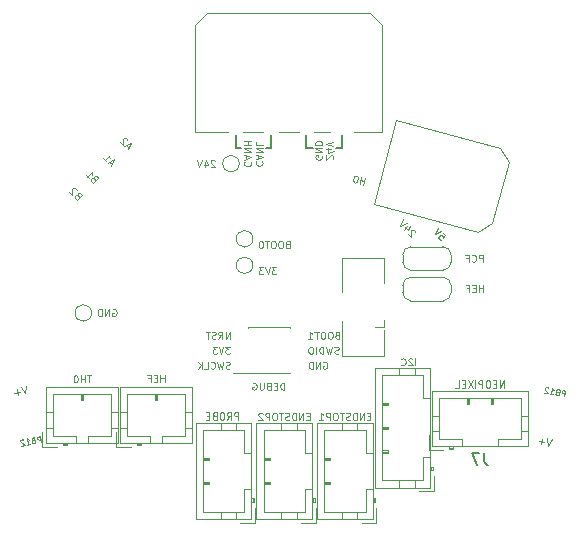
<source format=gbo>
G04 #@! TF.GenerationSoftware,KiCad,Pcbnew,(6.0.0)*
G04 #@! TF.CreationDate,2022-01-08T17:27:50+01:00*
G04 #@! TF.ProjectId,MiniAB-CAN-Board,4d696e69-4142-42d4-9341-4e2d426f6172,1*
G04 #@! TF.SameCoordinates,Original*
G04 #@! TF.FileFunction,Legend,Bot*
G04 #@! TF.FilePolarity,Positive*
%FSLAX46Y46*%
G04 Gerber Fmt 4.6, Leading zero omitted, Abs format (unit mm)*
G04 Created by KiCad (PCBNEW (6.0.0)) date 2022-01-08 17:27:50*
%MOMM*%
%LPD*%
G01*
G04 APERTURE LIST*
%ADD10C,0.152400*%
%ADD11C,0.100000*%
%ADD12C,0.150000*%
%ADD13C,0.120000*%
G04 APERTURE END LIST*
D10*
X212510000Y-56380000D02*
X212060000Y-56380000D01*
X215500000Y-56375000D02*
X215500000Y-55260000D01*
X209970000Y-56380000D02*
X209510000Y-56380000D01*
X218490000Y-55260000D02*
X218490000Y-56380000D01*
X218490000Y-56380000D02*
X218030000Y-56380000D01*
X212510000Y-55260000D02*
X212510000Y-56380000D01*
X209510000Y-56380000D02*
X209510000Y-55310000D01*
X216050000Y-56375000D02*
X215500000Y-56375000D01*
D11*
X211265714Y-57518571D02*
X211237142Y-57547142D01*
X211208571Y-57632857D01*
X211208571Y-57690000D01*
X211237142Y-57775714D01*
X211294285Y-57832857D01*
X211351428Y-57861428D01*
X211465714Y-57890000D01*
X211551428Y-57890000D01*
X211665714Y-57861428D01*
X211722857Y-57832857D01*
X211780000Y-57775714D01*
X211808571Y-57690000D01*
X211808571Y-57632857D01*
X211780000Y-57547142D01*
X211751428Y-57518571D01*
X211380000Y-57290000D02*
X211380000Y-57004285D01*
X211208571Y-57347142D02*
X211808571Y-57147142D01*
X211208571Y-56947142D01*
X211208571Y-56747142D02*
X211808571Y-56747142D01*
X211208571Y-56404285D01*
X211808571Y-56404285D01*
X211208571Y-55832857D02*
X211208571Y-56118571D01*
X211808571Y-56118571D01*
X218110000Y-72217142D02*
X218024285Y-72245714D01*
X217995714Y-72274285D01*
X217967142Y-72331428D01*
X217967142Y-72417142D01*
X217995714Y-72474285D01*
X218024285Y-72502857D01*
X218081428Y-72531428D01*
X218310000Y-72531428D01*
X218310000Y-71931428D01*
X218110000Y-71931428D01*
X218052857Y-71960000D01*
X218024285Y-71988571D01*
X217995714Y-72045714D01*
X217995714Y-72102857D01*
X218024285Y-72160000D01*
X218052857Y-72188571D01*
X218110000Y-72217142D01*
X218310000Y-72217142D01*
X217595714Y-71931428D02*
X217481428Y-71931428D01*
X217424285Y-71960000D01*
X217367142Y-72017142D01*
X217338571Y-72131428D01*
X217338571Y-72331428D01*
X217367142Y-72445714D01*
X217424285Y-72502857D01*
X217481428Y-72531428D01*
X217595714Y-72531428D01*
X217652857Y-72502857D01*
X217710000Y-72445714D01*
X217738571Y-72331428D01*
X217738571Y-72131428D01*
X217710000Y-72017142D01*
X217652857Y-71960000D01*
X217595714Y-71931428D01*
X216967142Y-71931428D02*
X216852857Y-71931428D01*
X216795714Y-71960000D01*
X216738571Y-72017142D01*
X216710000Y-72131428D01*
X216710000Y-72331428D01*
X216738571Y-72445714D01*
X216795714Y-72502857D01*
X216852857Y-72531428D01*
X216967142Y-72531428D01*
X217024285Y-72502857D01*
X217081428Y-72445714D01*
X217110000Y-72331428D01*
X217110000Y-72131428D01*
X217081428Y-72017142D01*
X217024285Y-71960000D01*
X216967142Y-71931428D01*
X216538571Y-71931428D02*
X216195714Y-71931428D01*
X216367142Y-72531428D02*
X216367142Y-71931428D01*
X215681428Y-72531428D02*
X216024285Y-72531428D01*
X215852857Y-72531428D02*
X215852857Y-71931428D01*
X215910000Y-72017142D01*
X215967142Y-72074285D01*
X216024285Y-72102857D01*
X216947142Y-74500000D02*
X217004285Y-74471428D01*
X217090000Y-74471428D01*
X217175714Y-74500000D01*
X217232857Y-74557142D01*
X217261428Y-74614285D01*
X217290000Y-74728571D01*
X217290000Y-74814285D01*
X217261428Y-74928571D01*
X217232857Y-74985714D01*
X217175714Y-75042857D01*
X217090000Y-75071428D01*
X217032857Y-75071428D01*
X216947142Y-75042857D01*
X216918571Y-75014285D01*
X216918571Y-74814285D01*
X217032857Y-74814285D01*
X216661428Y-75071428D02*
X216661428Y-74471428D01*
X216318571Y-75071428D01*
X216318571Y-74471428D01*
X216032857Y-75071428D02*
X216032857Y-74471428D01*
X215890000Y-74471428D01*
X215804285Y-74500000D01*
X215747142Y-74557142D01*
X215718571Y-74614285D01*
X215690000Y-74728571D01*
X215690000Y-74814285D01*
X215718571Y-74928571D01*
X215747142Y-74985714D01*
X215804285Y-75042857D01*
X215890000Y-75071428D01*
X216032857Y-75071428D01*
X210295714Y-57530000D02*
X210267142Y-57558571D01*
X210238571Y-57644285D01*
X210238571Y-57701428D01*
X210267142Y-57787142D01*
X210324285Y-57844285D01*
X210381428Y-57872857D01*
X210495714Y-57901428D01*
X210581428Y-57901428D01*
X210695714Y-57872857D01*
X210752857Y-57844285D01*
X210810000Y-57787142D01*
X210838571Y-57701428D01*
X210838571Y-57644285D01*
X210810000Y-57558571D01*
X210781428Y-57530000D01*
X210410000Y-57301428D02*
X210410000Y-57015714D01*
X210238571Y-57358571D02*
X210838571Y-57158571D01*
X210238571Y-56958571D01*
X210238571Y-56758571D02*
X210838571Y-56758571D01*
X210238571Y-56415714D01*
X210838571Y-56415714D01*
X210238571Y-56130000D02*
X210838571Y-56130000D01*
X210552857Y-56130000D02*
X210552857Y-55787142D01*
X210238571Y-55787142D02*
X210838571Y-55787142D01*
X217721428Y-57334285D02*
X217750000Y-57305714D01*
X217778571Y-57248571D01*
X217778571Y-57105714D01*
X217750000Y-57048571D01*
X217721428Y-57020000D01*
X217664285Y-56991428D01*
X217607142Y-56991428D01*
X217521428Y-57020000D01*
X217178571Y-57362857D01*
X217178571Y-56991428D01*
X217578571Y-56477142D02*
X217178571Y-56477142D01*
X217807142Y-56620000D02*
X217378571Y-56762857D01*
X217378571Y-56391428D01*
X217778571Y-56248571D02*
X217178571Y-56048571D01*
X217778571Y-55848571D01*
X216830000Y-57037142D02*
X216858571Y-57094285D01*
X216858571Y-57180000D01*
X216830000Y-57265714D01*
X216772857Y-57322857D01*
X216715714Y-57351428D01*
X216601428Y-57380000D01*
X216515714Y-57380000D01*
X216401428Y-57351428D01*
X216344285Y-57322857D01*
X216287142Y-57265714D01*
X216258571Y-57180000D01*
X216258571Y-57122857D01*
X216287142Y-57037142D01*
X216315714Y-57008571D01*
X216515714Y-57008571D01*
X216515714Y-57122857D01*
X216258571Y-56751428D02*
X216858571Y-56751428D01*
X216258571Y-56408571D01*
X216858571Y-56408571D01*
X216258571Y-56122857D02*
X216858571Y-56122857D01*
X216858571Y-55980000D01*
X216830000Y-55894285D01*
X216772857Y-55837142D01*
X216715714Y-55808571D01*
X216601428Y-55780000D01*
X216515714Y-55780000D01*
X216401428Y-55808571D01*
X216344285Y-55837142D01*
X216287142Y-55894285D01*
X216258571Y-55980000D01*
X216258571Y-56122857D01*
X237354843Y-77411595D02*
X237441667Y-76919191D01*
X237254085Y-76886115D01*
X237203054Y-76901294D01*
X237175472Y-76920607D01*
X237143755Y-76963369D01*
X237131352Y-77033712D01*
X237146531Y-77084742D01*
X237165844Y-77112324D01*
X237208605Y-77144041D01*
X237396188Y-77177117D01*
X236743784Y-77037904D02*
X236669306Y-77048948D01*
X236641723Y-77068261D01*
X236610007Y-77111022D01*
X236597603Y-77181366D01*
X236612782Y-77232396D01*
X236632095Y-77259978D01*
X236674857Y-77291695D01*
X236862439Y-77324771D01*
X236949263Y-76832367D01*
X236785128Y-76803426D01*
X236734098Y-76818604D01*
X236706516Y-76837918D01*
X236674799Y-76880679D01*
X236666530Y-76927575D01*
X236681709Y-76978605D01*
X236701023Y-77006187D01*
X236743784Y-77037904D01*
X236907918Y-77066845D01*
X236112109Y-77192467D02*
X236393483Y-77242081D01*
X236252796Y-77217274D02*
X236339620Y-76724870D01*
X236374112Y-76803483D01*
X236412739Y-76858647D01*
X236455500Y-76890364D01*
X236003082Y-76713883D02*
X235983769Y-76686301D01*
X235941008Y-76654584D01*
X235823769Y-76633912D01*
X235772738Y-76649091D01*
X235745156Y-76668404D01*
X235713439Y-76711165D01*
X235705170Y-76758061D01*
X235716215Y-76832539D01*
X235947975Y-77163526D01*
X235643153Y-77109778D01*
X199042335Y-57753756D02*
X198840304Y-57551725D01*
X198961522Y-57915380D02*
X199244365Y-57349695D01*
X198678680Y-57632538D01*
X198315025Y-57268883D02*
X198557461Y-57511319D01*
X198436243Y-57390101D02*
X198860507Y-56965837D01*
X198840304Y-57066852D01*
X198840304Y-57147664D01*
X198860507Y-57208274D01*
X193063398Y-81273912D02*
X192976574Y-80781508D01*
X192788991Y-80814584D01*
X192746230Y-80846301D01*
X192726917Y-80873883D01*
X192711738Y-80924913D01*
X192724142Y-80995257D01*
X192755858Y-81038018D01*
X192783441Y-81057331D01*
X192834471Y-81072510D01*
X193022053Y-81039434D01*
X192361380Y-81131752D02*
X192295171Y-81167603D01*
X192275858Y-81195185D01*
X192260679Y-81246216D01*
X192273083Y-81316559D01*
X192304799Y-81359320D01*
X192332382Y-81378633D01*
X192383412Y-81393812D01*
X192570994Y-81360736D01*
X192484170Y-80868333D01*
X192320035Y-80897274D01*
X192277274Y-80928991D01*
X192257961Y-80956573D01*
X192242782Y-81007603D01*
X192251051Y-81054499D01*
X192282768Y-81097260D01*
X192310350Y-81116573D01*
X192361380Y-81131752D01*
X192525515Y-81102811D01*
X191820664Y-81493040D02*
X192102038Y-81443426D01*
X191961351Y-81468233D02*
X191874527Y-80975829D01*
X191933826Y-81037903D01*
X191988991Y-81076530D01*
X192040021Y-81091709D01*
X191554527Y-81080607D02*
X191526945Y-81061294D01*
X191475914Y-81046115D01*
X191358675Y-81066788D01*
X191315914Y-81098504D01*
X191296601Y-81126087D01*
X191281422Y-81177117D01*
X191289691Y-81224012D01*
X191325542Y-81290221D01*
X191656530Y-81521981D01*
X191351708Y-81575729D01*
X196152030Y-60381421D02*
X196071218Y-60341015D01*
X196030812Y-60341015D01*
X195970203Y-60361218D01*
X195909593Y-60421827D01*
X195889390Y-60482436D01*
X195889390Y-60522842D01*
X195909593Y-60583451D01*
X196071218Y-60745076D01*
X196495482Y-60320812D01*
X196354061Y-60179390D01*
X196293451Y-60159187D01*
X196253045Y-60159187D01*
X196192436Y-60179390D01*
X196152030Y-60219796D01*
X196131827Y-60280406D01*
X196131827Y-60320812D01*
X196152030Y-60381421D01*
X196293451Y-60522842D01*
X196051015Y-59957157D02*
X196051015Y-59916751D01*
X196030812Y-59856142D01*
X195929796Y-59755126D01*
X195869187Y-59734923D01*
X195828781Y-59734923D01*
X195768172Y-59755126D01*
X195727766Y-59795532D01*
X195687360Y-59876345D01*
X195687360Y-60361218D01*
X195424720Y-60098578D01*
X209035714Y-72531428D02*
X209035714Y-71931428D01*
X208692857Y-72531428D01*
X208692857Y-71931428D01*
X208064285Y-72531428D02*
X208264285Y-72245714D01*
X208407142Y-72531428D02*
X208407142Y-71931428D01*
X208178571Y-71931428D01*
X208121428Y-71960000D01*
X208092857Y-71988571D01*
X208064285Y-72045714D01*
X208064285Y-72131428D01*
X208092857Y-72188571D01*
X208121428Y-72217142D01*
X208178571Y-72245714D01*
X208407142Y-72245714D01*
X207835714Y-72502857D02*
X207750000Y-72531428D01*
X207607142Y-72531428D01*
X207550000Y-72502857D01*
X207521428Y-72474285D01*
X207492857Y-72417142D01*
X207492857Y-72360000D01*
X207521428Y-72302857D01*
X207550000Y-72274285D01*
X207607142Y-72245714D01*
X207721428Y-72217142D01*
X207778571Y-72188571D01*
X207807142Y-72160000D01*
X207835714Y-72102857D01*
X207835714Y-72045714D01*
X207807142Y-71988571D01*
X207778571Y-71960000D01*
X207721428Y-71931428D01*
X207578571Y-71931428D01*
X207492857Y-71960000D01*
X207321428Y-71931428D02*
X206978571Y-71931428D01*
X207150000Y-72531428D02*
X207150000Y-71931428D01*
X209027142Y-75042857D02*
X208941428Y-75071428D01*
X208798571Y-75071428D01*
X208741428Y-75042857D01*
X208712857Y-75014285D01*
X208684285Y-74957142D01*
X208684285Y-74900000D01*
X208712857Y-74842857D01*
X208741428Y-74814285D01*
X208798571Y-74785714D01*
X208912857Y-74757142D01*
X208970000Y-74728571D01*
X208998571Y-74700000D01*
X209027142Y-74642857D01*
X209027142Y-74585714D01*
X208998571Y-74528571D01*
X208970000Y-74500000D01*
X208912857Y-74471428D01*
X208770000Y-74471428D01*
X208684285Y-74500000D01*
X208484285Y-74471428D02*
X208341428Y-75071428D01*
X208227142Y-74642857D01*
X208112857Y-75071428D01*
X207970000Y-74471428D01*
X207398571Y-75014285D02*
X207427142Y-75042857D01*
X207512857Y-75071428D01*
X207570000Y-75071428D01*
X207655714Y-75042857D01*
X207712857Y-74985714D01*
X207741428Y-74928571D01*
X207770000Y-74814285D01*
X207770000Y-74728571D01*
X207741428Y-74614285D01*
X207712857Y-74557142D01*
X207655714Y-74500000D01*
X207570000Y-74471428D01*
X207512857Y-74471428D01*
X207427142Y-74500000D01*
X207398571Y-74528571D01*
X206855714Y-75071428D02*
X207141428Y-75071428D01*
X207141428Y-74471428D01*
X206655714Y-75071428D02*
X206655714Y-74471428D01*
X206312857Y-75071428D02*
X206570000Y-74728571D01*
X206312857Y-74471428D02*
X206655714Y-74814285D01*
X200452335Y-56343756D02*
X200250304Y-56141725D01*
X200371522Y-56505380D02*
X200654365Y-55939695D01*
X200088680Y-56222538D01*
X200351319Y-55717461D02*
X200351319Y-55677055D01*
X200331116Y-55616446D01*
X200230101Y-55515431D01*
X200169492Y-55495228D01*
X200129086Y-55495228D01*
X200068477Y-55515431D01*
X200028071Y-55555837D01*
X199987664Y-55636649D01*
X199987664Y-56121522D01*
X199725025Y-55858883D01*
X209032857Y-73201428D02*
X208661428Y-73201428D01*
X208861428Y-73430000D01*
X208775714Y-73430000D01*
X208718571Y-73458571D01*
X208690000Y-73487142D01*
X208661428Y-73544285D01*
X208661428Y-73687142D01*
X208690000Y-73744285D01*
X208718571Y-73772857D01*
X208775714Y-73801428D01*
X208947142Y-73801428D01*
X209004285Y-73772857D01*
X209032857Y-73744285D01*
X208490000Y-73201428D02*
X208290000Y-73801428D01*
X208090000Y-73201428D01*
X207947142Y-73201428D02*
X207575714Y-73201428D01*
X207775714Y-73430000D01*
X207690000Y-73430000D01*
X207632857Y-73458571D01*
X207604285Y-73487142D01*
X207575714Y-73544285D01*
X207575714Y-73687142D01*
X207604285Y-73744285D01*
X207632857Y-73772857D01*
X207690000Y-73801428D01*
X207861428Y-73801428D01*
X207918571Y-73772857D01*
X207947142Y-73744285D01*
X197552030Y-58981421D02*
X197471218Y-58941015D01*
X197430812Y-58941015D01*
X197370203Y-58961218D01*
X197309593Y-59021827D01*
X197289390Y-59082436D01*
X197289390Y-59122842D01*
X197309593Y-59183451D01*
X197471218Y-59345076D01*
X197895482Y-58920812D01*
X197754061Y-58779390D01*
X197693451Y-58759187D01*
X197653045Y-58759187D01*
X197592436Y-58779390D01*
X197552030Y-58819796D01*
X197531827Y-58880406D01*
X197531827Y-58920812D01*
X197552030Y-58981421D01*
X197693451Y-59122842D01*
X196824720Y-58698578D02*
X197067157Y-58941015D01*
X196945938Y-58819796D02*
X197370203Y-58395532D01*
X197349999Y-58496548D01*
X197350000Y-58577360D01*
X197370203Y-58637969D01*
X218231428Y-73772857D02*
X218145714Y-73801428D01*
X218002857Y-73801428D01*
X217945714Y-73772857D01*
X217917142Y-73744285D01*
X217888571Y-73687142D01*
X217888571Y-73630000D01*
X217917142Y-73572857D01*
X217945714Y-73544285D01*
X218002857Y-73515714D01*
X218117142Y-73487142D01*
X218174285Y-73458571D01*
X218202857Y-73430000D01*
X218231428Y-73372857D01*
X218231428Y-73315714D01*
X218202857Y-73258571D01*
X218174285Y-73230000D01*
X218117142Y-73201428D01*
X217974285Y-73201428D01*
X217888571Y-73230000D01*
X217688571Y-73201428D02*
X217545714Y-73801428D01*
X217431428Y-73372857D01*
X217317142Y-73801428D01*
X217174285Y-73201428D01*
X216945714Y-73801428D02*
X216945714Y-73201428D01*
X216802857Y-73201428D01*
X216717142Y-73230000D01*
X216660000Y-73287142D01*
X216631428Y-73344285D01*
X216602857Y-73458571D01*
X216602857Y-73544285D01*
X216631428Y-73658571D01*
X216660000Y-73715714D01*
X216717142Y-73772857D01*
X216802857Y-73801428D01*
X216945714Y-73801428D01*
X216345714Y-73801428D02*
X216345714Y-73201428D01*
X215945714Y-73201428D02*
X215831428Y-73201428D01*
X215774285Y-73230000D01*
X215717142Y-73287142D01*
X215688571Y-73401428D01*
X215688571Y-73601428D01*
X215717142Y-73715714D01*
X215774285Y-73772857D01*
X215831428Y-73801428D01*
X215945714Y-73801428D01*
X216002857Y-73772857D01*
X216060000Y-73715714D01*
X216088571Y-73601428D01*
X216088571Y-73401428D01*
X216060000Y-73287142D01*
X216002857Y-73230000D01*
X215945714Y-73201428D01*
X236299803Y-81025647D02*
X235998652Y-81581802D01*
X235905880Y-80956188D01*
X235644420Y-81287244D02*
X235194222Y-81207862D01*
X235379630Y-81472652D02*
X235459012Y-81022454D01*
X191765691Y-76537192D02*
X191672918Y-77162807D01*
X191371768Y-76606652D01*
X191239304Y-77007167D02*
X190789106Y-77086549D01*
X191053896Y-77271957D02*
X190974514Y-76821759D01*
G04 #@! TO.C,J12*
X220937142Y-79087142D02*
X220737142Y-79087142D01*
X220651428Y-79401428D02*
X220937142Y-79401428D01*
X220937142Y-78801428D01*
X220651428Y-78801428D01*
X220394285Y-79401428D02*
X220394285Y-78801428D01*
X220051428Y-79401428D01*
X220051428Y-78801428D01*
X219765714Y-79401428D02*
X219765714Y-78801428D01*
X219622857Y-78801428D01*
X219537142Y-78830000D01*
X219480000Y-78887142D01*
X219451428Y-78944285D01*
X219422857Y-79058571D01*
X219422857Y-79144285D01*
X219451428Y-79258571D01*
X219480000Y-79315714D01*
X219537142Y-79372857D01*
X219622857Y-79401428D01*
X219765714Y-79401428D01*
X219194285Y-79372857D02*
X219108571Y-79401428D01*
X218965714Y-79401428D01*
X218908571Y-79372857D01*
X218880000Y-79344285D01*
X218851428Y-79287142D01*
X218851428Y-79230000D01*
X218880000Y-79172857D01*
X218908571Y-79144285D01*
X218965714Y-79115714D01*
X219080000Y-79087142D01*
X219137142Y-79058571D01*
X219165714Y-79030000D01*
X219194285Y-78972857D01*
X219194285Y-78915714D01*
X219165714Y-78858571D01*
X219137142Y-78830000D01*
X219080000Y-78801428D01*
X218937142Y-78801428D01*
X218851428Y-78830000D01*
X218680000Y-78801428D02*
X218337142Y-78801428D01*
X218508571Y-79401428D02*
X218508571Y-78801428D01*
X218022857Y-78801428D02*
X217908571Y-78801428D01*
X217851428Y-78830000D01*
X217794285Y-78887142D01*
X217765714Y-79001428D01*
X217765714Y-79201428D01*
X217794285Y-79315714D01*
X217851428Y-79372857D01*
X217908571Y-79401428D01*
X218022857Y-79401428D01*
X218080000Y-79372857D01*
X218137142Y-79315714D01*
X218165714Y-79201428D01*
X218165714Y-79001428D01*
X218137142Y-78887142D01*
X218080000Y-78830000D01*
X218022857Y-78801428D01*
X217508571Y-79401428D02*
X217508571Y-78801428D01*
X217280000Y-78801428D01*
X217222857Y-78830000D01*
X217194285Y-78858571D01*
X217165714Y-78915714D01*
X217165714Y-79001428D01*
X217194285Y-79058571D01*
X217222857Y-79087142D01*
X217280000Y-79115714D01*
X217508571Y-79115714D01*
X216594285Y-79401428D02*
X216937142Y-79401428D01*
X216765714Y-79401428D02*
X216765714Y-78801428D01*
X216822857Y-78887142D01*
X216880000Y-78944285D01*
X216937142Y-78972857D01*
G04 #@! TO.C,JP1*
X230454285Y-66011428D02*
X230454285Y-65411428D01*
X230225714Y-65411428D01*
X230168571Y-65440000D01*
X230140000Y-65468571D01*
X230111428Y-65525714D01*
X230111428Y-65611428D01*
X230140000Y-65668571D01*
X230168571Y-65697142D01*
X230225714Y-65725714D01*
X230454285Y-65725714D01*
X229511428Y-65954285D02*
X229540000Y-65982857D01*
X229625714Y-66011428D01*
X229682857Y-66011428D01*
X229768571Y-65982857D01*
X229825714Y-65925714D01*
X229854285Y-65868571D01*
X229882857Y-65754285D01*
X229882857Y-65668571D01*
X229854285Y-65554285D01*
X229825714Y-65497142D01*
X229768571Y-65440000D01*
X229682857Y-65411428D01*
X229625714Y-65411428D01*
X229540000Y-65440000D01*
X229511428Y-65468571D01*
X229054285Y-65697142D02*
X229254285Y-65697142D01*
X229254285Y-66011428D02*
X229254285Y-65411428D01*
X228968571Y-65411428D01*
X224727005Y-63513147D02*
X224727005Y-63472741D01*
X224706802Y-63412132D01*
X224605786Y-63311116D01*
X224545177Y-63290913D01*
X224504771Y-63290913D01*
X224444162Y-63311116D01*
X224403756Y-63351522D01*
X224363350Y-63432335D01*
X224363350Y-63917208D01*
X224100710Y-63654568D01*
X224019898Y-63008071D02*
X223737055Y-63290913D01*
X224282538Y-62947461D02*
X224080507Y-63351522D01*
X223817867Y-63088883D01*
X223999695Y-62705025D02*
X223434009Y-62987867D01*
X223716852Y-62422182D01*
X227073147Y-63558477D02*
X227275177Y-63760507D01*
X227093350Y-63982741D01*
X227093350Y-63942335D01*
X227073147Y-63881725D01*
X226972132Y-63780710D01*
X226911522Y-63760507D01*
X226871116Y-63760507D01*
X226810507Y-63780710D01*
X226709492Y-63881725D01*
X226689289Y-63942335D01*
X226689289Y-63982741D01*
X226709492Y-64043350D01*
X226810507Y-64144365D01*
X226871116Y-64164568D01*
X226911522Y-64164568D01*
X226931725Y-63417055D02*
X226366040Y-63699898D01*
X226648883Y-63134213D01*
G04 #@! TO.C,J3*
X203500000Y-76191428D02*
X203500000Y-75591428D01*
X203500000Y-75877142D02*
X203157142Y-75877142D01*
X203157142Y-76191428D02*
X203157142Y-75591428D01*
X202871428Y-75877142D02*
X202671428Y-75877142D01*
X202585714Y-76191428D02*
X202871428Y-76191428D01*
X202871428Y-75591428D01*
X202585714Y-75591428D01*
X202128571Y-75877142D02*
X202328571Y-75877142D01*
X202328571Y-76191428D02*
X202328571Y-75591428D01*
X202042857Y-75591428D01*
G04 #@! TO.C,TP2*
X212962857Y-66481428D02*
X212591428Y-66481428D01*
X212791428Y-66710000D01*
X212705714Y-66710000D01*
X212648571Y-66738571D01*
X212620000Y-66767142D01*
X212591428Y-66824285D01*
X212591428Y-66967142D01*
X212620000Y-67024285D01*
X212648571Y-67052857D01*
X212705714Y-67081428D01*
X212877142Y-67081428D01*
X212934285Y-67052857D01*
X212962857Y-67024285D01*
X212420000Y-66481428D02*
X212220000Y-67081428D01*
X212020000Y-66481428D01*
X211877142Y-66481428D02*
X211505714Y-66481428D01*
X211705714Y-66710000D01*
X211620000Y-66710000D01*
X211562857Y-66738571D01*
X211534285Y-66767142D01*
X211505714Y-66824285D01*
X211505714Y-66967142D01*
X211534285Y-67024285D01*
X211562857Y-67052857D01*
X211620000Y-67081428D01*
X211791428Y-67081428D01*
X211848571Y-67052857D01*
X211877142Y-67024285D01*
D12*
G04 #@! TO.C,J7*
X230543333Y-82192380D02*
X230543333Y-82906666D01*
X230590952Y-83049523D01*
X230686190Y-83144761D01*
X230829047Y-83192380D01*
X230924285Y-83192380D01*
X230162380Y-82192380D02*
X229495714Y-82192380D01*
X229924285Y-83192380D01*
D11*
X232220000Y-76661428D02*
X232220000Y-76061428D01*
X231877142Y-76661428D01*
X231877142Y-76061428D01*
X231591428Y-76347142D02*
X231391428Y-76347142D01*
X231305714Y-76661428D02*
X231591428Y-76661428D01*
X231591428Y-76061428D01*
X231305714Y-76061428D01*
X230934285Y-76061428D02*
X230820000Y-76061428D01*
X230762857Y-76090000D01*
X230705714Y-76147142D01*
X230677142Y-76261428D01*
X230677142Y-76461428D01*
X230705714Y-76575714D01*
X230762857Y-76632857D01*
X230820000Y-76661428D01*
X230934285Y-76661428D01*
X230991428Y-76632857D01*
X231048571Y-76575714D01*
X231077142Y-76461428D01*
X231077142Y-76261428D01*
X231048571Y-76147142D01*
X230991428Y-76090000D01*
X230934285Y-76061428D01*
X230420000Y-76661428D02*
X230420000Y-76061428D01*
X230191428Y-76061428D01*
X230134285Y-76090000D01*
X230105714Y-76118571D01*
X230077142Y-76175714D01*
X230077142Y-76261428D01*
X230105714Y-76318571D01*
X230134285Y-76347142D01*
X230191428Y-76375714D01*
X230420000Y-76375714D01*
X229820000Y-76661428D02*
X229820000Y-76061428D01*
X229591428Y-76061428D02*
X229191428Y-76661428D01*
X229191428Y-76061428D02*
X229591428Y-76661428D01*
X228962857Y-76347142D02*
X228762857Y-76347142D01*
X228677142Y-76661428D02*
X228962857Y-76661428D01*
X228962857Y-76061428D01*
X228677142Y-76061428D01*
X228134285Y-76661428D02*
X228420000Y-76661428D01*
X228420000Y-76061428D01*
G04 #@! TO.C,TP3*
X207744285Y-57448571D02*
X207715714Y-57420000D01*
X207658571Y-57391428D01*
X207515714Y-57391428D01*
X207458571Y-57420000D01*
X207430000Y-57448571D01*
X207401428Y-57505714D01*
X207401428Y-57562857D01*
X207430000Y-57648571D01*
X207772857Y-57991428D01*
X207401428Y-57991428D01*
X206887142Y-57591428D02*
X206887142Y-57991428D01*
X207030000Y-57362857D02*
X207172857Y-57791428D01*
X206801428Y-57791428D01*
X206658571Y-57391428D02*
X206458571Y-57991428D01*
X206258571Y-57391428D01*
G04 #@! TO.C,TP4*
X199107142Y-70050000D02*
X199164285Y-70021428D01*
X199250000Y-70021428D01*
X199335714Y-70050000D01*
X199392857Y-70107142D01*
X199421428Y-70164285D01*
X199450000Y-70278571D01*
X199450000Y-70364285D01*
X199421428Y-70478571D01*
X199392857Y-70535714D01*
X199335714Y-70592857D01*
X199250000Y-70621428D01*
X199192857Y-70621428D01*
X199107142Y-70592857D01*
X199078571Y-70564285D01*
X199078571Y-70364285D01*
X199192857Y-70364285D01*
X198821428Y-70621428D02*
X198821428Y-70021428D01*
X198478571Y-70621428D01*
X198478571Y-70021428D01*
X198192857Y-70621428D02*
X198192857Y-70021428D01*
X198050000Y-70021428D01*
X197964285Y-70050000D01*
X197907142Y-70107142D01*
X197878571Y-70164285D01*
X197850000Y-70278571D01*
X197850000Y-70364285D01*
X197878571Y-70478571D01*
X197907142Y-70535714D01*
X197964285Y-70592857D01*
X198050000Y-70621428D01*
X198192857Y-70621428D01*
G04 #@! TO.C,TP1*
X213910000Y-64527142D02*
X213824285Y-64555714D01*
X213795714Y-64584285D01*
X213767142Y-64641428D01*
X213767142Y-64727142D01*
X213795714Y-64784285D01*
X213824285Y-64812857D01*
X213881428Y-64841428D01*
X214110000Y-64841428D01*
X214110000Y-64241428D01*
X213910000Y-64241428D01*
X213852857Y-64270000D01*
X213824285Y-64298571D01*
X213795714Y-64355714D01*
X213795714Y-64412857D01*
X213824285Y-64470000D01*
X213852857Y-64498571D01*
X213910000Y-64527142D01*
X214110000Y-64527142D01*
X213395714Y-64241428D02*
X213281428Y-64241428D01*
X213224285Y-64270000D01*
X213167142Y-64327142D01*
X213138571Y-64441428D01*
X213138571Y-64641428D01*
X213167142Y-64755714D01*
X213224285Y-64812857D01*
X213281428Y-64841428D01*
X213395714Y-64841428D01*
X213452857Y-64812857D01*
X213510000Y-64755714D01*
X213538571Y-64641428D01*
X213538571Y-64441428D01*
X213510000Y-64327142D01*
X213452857Y-64270000D01*
X213395714Y-64241428D01*
X212767142Y-64241428D02*
X212652857Y-64241428D01*
X212595714Y-64270000D01*
X212538571Y-64327142D01*
X212510000Y-64441428D01*
X212510000Y-64641428D01*
X212538571Y-64755714D01*
X212595714Y-64812857D01*
X212652857Y-64841428D01*
X212767142Y-64841428D01*
X212824285Y-64812857D01*
X212881428Y-64755714D01*
X212910000Y-64641428D01*
X212910000Y-64441428D01*
X212881428Y-64327142D01*
X212824285Y-64270000D01*
X212767142Y-64241428D01*
X212338571Y-64241428D02*
X211995714Y-64241428D01*
X212167142Y-64841428D02*
X212167142Y-64241428D01*
X211681428Y-64241428D02*
X211624285Y-64241428D01*
X211567142Y-64270000D01*
X211538571Y-64298571D01*
X211510000Y-64355714D01*
X211481428Y-64470000D01*
X211481428Y-64612857D01*
X211510000Y-64727142D01*
X211538571Y-64784285D01*
X211567142Y-64812857D01*
X211624285Y-64841428D01*
X211681428Y-64841428D01*
X211738571Y-64812857D01*
X211767142Y-64784285D01*
X211795714Y-64727142D01*
X211824285Y-64612857D01*
X211824285Y-64470000D01*
X211795714Y-64355714D01*
X211767142Y-64298571D01*
X211738571Y-64270000D01*
X211681428Y-64241428D01*
G04 #@! TO.C,J6*
X220341315Y-59500497D02*
X220496606Y-58920941D01*
X220422658Y-59196920D02*
X220091483Y-59108182D01*
X220010140Y-59411759D02*
X220165432Y-58832203D01*
X219779061Y-58728676D02*
X219723865Y-58713886D01*
X219661275Y-58726694D01*
X219626282Y-58746897D01*
X219583895Y-58794698D01*
X219526717Y-58897695D01*
X219489743Y-59035684D01*
X219487762Y-59153471D01*
X219500570Y-59216061D01*
X219520773Y-59251054D01*
X219568574Y-59293441D01*
X219623770Y-59308231D01*
X219686360Y-59295423D01*
X219721353Y-59275220D01*
X219763741Y-59227419D01*
X219820918Y-59124422D01*
X219857892Y-58986433D01*
X219859873Y-58868646D01*
X219847065Y-58806056D01*
X219826862Y-58771063D01*
X219779061Y-58728676D01*
G04 #@! TO.C,J4*
X197291428Y-75621428D02*
X196948571Y-75621428D01*
X197120000Y-76221428D02*
X197120000Y-75621428D01*
X196748571Y-76221428D02*
X196748571Y-75621428D01*
X196748571Y-75907142D02*
X196405714Y-75907142D01*
X196405714Y-76221428D02*
X196405714Y-75621428D01*
X196005714Y-75621428D02*
X195948571Y-75621428D01*
X195891428Y-75650000D01*
X195862857Y-75678571D01*
X195834285Y-75735714D01*
X195805714Y-75850000D01*
X195805714Y-75992857D01*
X195834285Y-76107142D01*
X195862857Y-76164285D01*
X195891428Y-76192857D01*
X195948571Y-76221428D01*
X196005714Y-76221428D01*
X196062857Y-76192857D01*
X196091428Y-76164285D01*
X196120000Y-76107142D01*
X196148571Y-75992857D01*
X196148571Y-75850000D01*
X196120000Y-75735714D01*
X196091428Y-75678571D01*
X196062857Y-75650000D01*
X196005714Y-75621428D01*
G04 #@! TO.C,J14*
X209732857Y-79371428D02*
X209732857Y-78771428D01*
X209504285Y-78771428D01*
X209447142Y-78800000D01*
X209418571Y-78828571D01*
X209390000Y-78885714D01*
X209390000Y-78971428D01*
X209418571Y-79028571D01*
X209447142Y-79057142D01*
X209504285Y-79085714D01*
X209732857Y-79085714D01*
X208790000Y-79371428D02*
X208990000Y-79085714D01*
X209132857Y-79371428D02*
X209132857Y-78771428D01*
X208904285Y-78771428D01*
X208847142Y-78800000D01*
X208818571Y-78828571D01*
X208790000Y-78885714D01*
X208790000Y-78971428D01*
X208818571Y-79028571D01*
X208847142Y-79057142D01*
X208904285Y-79085714D01*
X209132857Y-79085714D01*
X208418571Y-78771428D02*
X208304285Y-78771428D01*
X208247142Y-78800000D01*
X208190000Y-78857142D01*
X208161428Y-78971428D01*
X208161428Y-79171428D01*
X208190000Y-79285714D01*
X208247142Y-79342857D01*
X208304285Y-79371428D01*
X208418571Y-79371428D01*
X208475714Y-79342857D01*
X208532857Y-79285714D01*
X208561428Y-79171428D01*
X208561428Y-78971428D01*
X208532857Y-78857142D01*
X208475714Y-78800000D01*
X208418571Y-78771428D01*
X207704285Y-79057142D02*
X207618571Y-79085714D01*
X207590000Y-79114285D01*
X207561428Y-79171428D01*
X207561428Y-79257142D01*
X207590000Y-79314285D01*
X207618571Y-79342857D01*
X207675714Y-79371428D01*
X207904285Y-79371428D01*
X207904285Y-78771428D01*
X207704285Y-78771428D01*
X207647142Y-78800000D01*
X207618571Y-78828571D01*
X207590000Y-78885714D01*
X207590000Y-78942857D01*
X207618571Y-79000000D01*
X207647142Y-79028571D01*
X207704285Y-79057142D01*
X207904285Y-79057142D01*
X207304285Y-79057142D02*
X207104285Y-79057142D01*
X207018571Y-79371428D02*
X207304285Y-79371428D01*
X207304285Y-78771428D01*
X207018571Y-78771428D01*
G04 #@! TO.C,JP2*
X230460000Y-68581428D02*
X230460000Y-67981428D01*
X230460000Y-68267142D02*
X230117142Y-68267142D01*
X230117142Y-68581428D02*
X230117142Y-67981428D01*
X229831428Y-68267142D02*
X229631428Y-68267142D01*
X229545714Y-68581428D02*
X229831428Y-68581428D01*
X229831428Y-67981428D01*
X229545714Y-67981428D01*
X229088571Y-68267142D02*
X229288571Y-68267142D01*
X229288571Y-68581428D02*
X229288571Y-67981428D01*
X229002857Y-67981428D01*
G04 #@! TO.C,J13*
X215797142Y-79097142D02*
X215597142Y-79097142D01*
X215511428Y-79411428D02*
X215797142Y-79411428D01*
X215797142Y-78811428D01*
X215511428Y-78811428D01*
X215254285Y-79411428D02*
X215254285Y-78811428D01*
X214911428Y-79411428D01*
X214911428Y-78811428D01*
X214625714Y-79411428D02*
X214625714Y-78811428D01*
X214482857Y-78811428D01*
X214397142Y-78840000D01*
X214340000Y-78897142D01*
X214311428Y-78954285D01*
X214282857Y-79068571D01*
X214282857Y-79154285D01*
X214311428Y-79268571D01*
X214340000Y-79325714D01*
X214397142Y-79382857D01*
X214482857Y-79411428D01*
X214625714Y-79411428D01*
X214054285Y-79382857D02*
X213968571Y-79411428D01*
X213825714Y-79411428D01*
X213768571Y-79382857D01*
X213740000Y-79354285D01*
X213711428Y-79297142D01*
X213711428Y-79240000D01*
X213740000Y-79182857D01*
X213768571Y-79154285D01*
X213825714Y-79125714D01*
X213940000Y-79097142D01*
X213997142Y-79068571D01*
X214025714Y-79040000D01*
X214054285Y-78982857D01*
X214054285Y-78925714D01*
X214025714Y-78868571D01*
X213997142Y-78840000D01*
X213940000Y-78811428D01*
X213797142Y-78811428D01*
X213711428Y-78840000D01*
X213540000Y-78811428D02*
X213197142Y-78811428D01*
X213368571Y-79411428D02*
X213368571Y-78811428D01*
X212882857Y-78811428D02*
X212768571Y-78811428D01*
X212711428Y-78840000D01*
X212654285Y-78897142D01*
X212625714Y-79011428D01*
X212625714Y-79211428D01*
X212654285Y-79325714D01*
X212711428Y-79382857D01*
X212768571Y-79411428D01*
X212882857Y-79411428D01*
X212940000Y-79382857D01*
X212997142Y-79325714D01*
X213025714Y-79211428D01*
X213025714Y-79011428D01*
X212997142Y-78897142D01*
X212940000Y-78840000D01*
X212882857Y-78811428D01*
X212368571Y-79411428D02*
X212368571Y-78811428D01*
X212140000Y-78811428D01*
X212082857Y-78840000D01*
X212054285Y-78868571D01*
X212025714Y-78925714D01*
X212025714Y-79011428D01*
X212054285Y-79068571D01*
X212082857Y-79097142D01*
X212140000Y-79125714D01*
X212368571Y-79125714D01*
X211797142Y-78868571D02*
X211768571Y-78840000D01*
X211711428Y-78811428D01*
X211568571Y-78811428D01*
X211511428Y-78840000D01*
X211482857Y-78868571D01*
X211454285Y-78925714D01*
X211454285Y-78982857D01*
X211482857Y-79068571D01*
X211825714Y-79411428D01*
X211454285Y-79411428D01*
G04 #@! TO.C,J9*
X213642857Y-76851428D02*
X213642857Y-76251428D01*
X213500000Y-76251428D01*
X213414285Y-76280000D01*
X213357142Y-76337142D01*
X213328571Y-76394285D01*
X213300000Y-76508571D01*
X213300000Y-76594285D01*
X213328571Y-76708571D01*
X213357142Y-76765714D01*
X213414285Y-76822857D01*
X213500000Y-76851428D01*
X213642857Y-76851428D01*
X213042857Y-76537142D02*
X212842857Y-76537142D01*
X212757142Y-76851428D02*
X213042857Y-76851428D01*
X213042857Y-76251428D01*
X212757142Y-76251428D01*
X212300000Y-76537142D02*
X212214285Y-76565714D01*
X212185714Y-76594285D01*
X212157142Y-76651428D01*
X212157142Y-76737142D01*
X212185714Y-76794285D01*
X212214285Y-76822857D01*
X212271428Y-76851428D01*
X212500000Y-76851428D01*
X212500000Y-76251428D01*
X212300000Y-76251428D01*
X212242857Y-76280000D01*
X212214285Y-76308571D01*
X212185714Y-76365714D01*
X212185714Y-76422857D01*
X212214285Y-76480000D01*
X212242857Y-76508571D01*
X212300000Y-76537142D01*
X212500000Y-76537142D01*
X211900000Y-76251428D02*
X211900000Y-76737142D01*
X211871428Y-76794285D01*
X211842857Y-76822857D01*
X211785714Y-76851428D01*
X211671428Y-76851428D01*
X211614285Y-76822857D01*
X211585714Y-76794285D01*
X211557142Y-76737142D01*
X211557142Y-76251428D01*
X210957142Y-76280000D02*
X211014285Y-76251428D01*
X211100000Y-76251428D01*
X211185714Y-76280000D01*
X211242857Y-76337142D01*
X211271428Y-76394285D01*
X211300000Y-76508571D01*
X211300000Y-76594285D01*
X211271428Y-76708571D01*
X211242857Y-76765714D01*
X211185714Y-76822857D01*
X211100000Y-76851428D01*
X211042857Y-76851428D01*
X210957142Y-76822857D01*
X210928571Y-76794285D01*
X210928571Y-76594285D01*
X211042857Y-76594285D01*
G04 #@! TO.C,J5*
X224735714Y-74781428D02*
X224735714Y-74181428D01*
X224478571Y-74238571D02*
X224450000Y-74210000D01*
X224392857Y-74181428D01*
X224250000Y-74181428D01*
X224192857Y-74210000D01*
X224164285Y-74238571D01*
X224135714Y-74295714D01*
X224135714Y-74352857D01*
X224164285Y-74438571D01*
X224507142Y-74781428D01*
X224135714Y-74781428D01*
X223535714Y-74724285D02*
X223564285Y-74752857D01*
X223650000Y-74781428D01*
X223707142Y-74781428D01*
X223792857Y-74752857D01*
X223850000Y-74695714D01*
X223878571Y-74638571D01*
X223907142Y-74524285D01*
X223907142Y-74438571D01*
X223878571Y-74324285D01*
X223850000Y-74267142D01*
X223792857Y-74210000D01*
X223707142Y-74181428D01*
X223650000Y-74181428D01*
X223564285Y-74210000D01*
X223535714Y-74238571D01*
D13*
G04 #@! TO.C,J12*
X217030000Y-84830000D02*
X217530000Y-84830000D01*
X220530000Y-82230000D02*
X221140000Y-82230000D01*
X221340000Y-86330000D02*
X221140000Y-86330000D01*
X217030000Y-84730000D02*
X217530000Y-84730000D01*
X218530000Y-79670000D02*
X218530000Y-80280000D01*
X217530000Y-84830000D02*
X217530000Y-84630000D01*
X219830000Y-87790000D02*
X219830000Y-87180000D01*
X216420000Y-87790000D02*
X216420000Y-79670000D01*
X221140000Y-79670000D02*
X221140000Y-87790000D01*
X221340000Y-86030000D02*
X221340000Y-86330000D01*
X221440000Y-88090000D02*
X220190000Y-88090000D01*
X217530000Y-82630000D02*
X217030000Y-82630000D01*
X221140000Y-87790000D02*
X216420000Y-87790000D01*
X221140000Y-85230000D02*
X220530000Y-85230000D01*
X220530000Y-87180000D02*
X217030000Y-87180000D01*
X217030000Y-82730000D02*
X217530000Y-82730000D01*
X220530000Y-85230000D02*
X220530000Y-87180000D01*
X220530000Y-80280000D02*
X220530000Y-82230000D01*
X221140000Y-86030000D02*
X221340000Y-86030000D01*
X217030000Y-82830000D02*
X217530000Y-82830000D01*
X217030000Y-87180000D02*
X217030000Y-80280000D01*
X217030000Y-80280000D02*
X220530000Y-80280000D01*
X216420000Y-79670000D02*
X221140000Y-79670000D01*
X219830000Y-79670000D02*
X219830000Y-80280000D01*
X218530000Y-87790000D02*
X218530000Y-87180000D01*
X217530000Y-84630000D02*
X217030000Y-84630000D01*
X221240000Y-86030000D02*
X221240000Y-86330000D01*
X217530000Y-82830000D02*
X217530000Y-82630000D01*
X221440000Y-86840000D02*
X221440000Y-88090000D01*
G04 #@! TO.C,JP1*
X224315000Y-66730000D02*
X227115000Y-66730000D01*
X227115000Y-64730000D02*
X224315000Y-64730000D01*
X227765000Y-66030000D02*
X227765000Y-65430000D01*
X223665000Y-65430000D02*
X223665000Y-66030000D01*
X223665000Y-66030000D02*
G75*
G03*
X224365000Y-66730000I699999J-1D01*
G01*
X227065000Y-66730000D02*
G75*
G03*
X227765000Y-66030000I1J699999D01*
G01*
X224365000Y-64730000D02*
G75*
G03*
X223665000Y-65430000I-1J-699999D01*
G01*
X227765000Y-65430000D02*
G75*
G03*
X227065000Y-64730000I-699999J1D01*
G01*
G04 #@! TO.C,J3*
X199420000Y-81660000D02*
X199420000Y-80410000D01*
X203280000Y-80750000D02*
X203280000Y-81360000D01*
X202280000Y-80750000D02*
X200330000Y-80750000D01*
X205840000Y-78750000D02*
X205230000Y-78750000D01*
X200670000Y-81660000D02*
X199420000Y-81660000D01*
X201480000Y-81560000D02*
X201180000Y-81560000D01*
X199720000Y-76640000D02*
X205840000Y-76640000D01*
X199720000Y-80050000D02*
X200330000Y-80050000D01*
X205230000Y-77250000D02*
X205230000Y-80750000D01*
X199720000Y-78750000D02*
X200330000Y-78750000D01*
X202680000Y-77250000D02*
X202680000Y-77750000D01*
X199720000Y-81360000D02*
X199720000Y-76640000D01*
X202780000Y-77250000D02*
X202780000Y-77750000D01*
X200330000Y-77250000D02*
X205230000Y-77250000D01*
X202880000Y-77750000D02*
X202880000Y-77250000D01*
X205230000Y-80750000D02*
X203280000Y-80750000D01*
X201180000Y-81560000D02*
X201180000Y-81360000D01*
X205840000Y-81360000D02*
X199720000Y-81360000D01*
X200330000Y-80750000D02*
X200330000Y-77250000D01*
X201480000Y-81360000D02*
X201480000Y-81560000D01*
X205840000Y-80050000D02*
X205230000Y-80050000D01*
X202680000Y-77750000D02*
X202880000Y-77750000D01*
X202280000Y-81360000D02*
X202280000Y-80750000D01*
X205840000Y-76640000D02*
X205840000Y-81360000D01*
X201480000Y-81460000D02*
X201180000Y-81460000D01*
G04 #@! TO.C,TP2*
X210980000Y-66320000D02*
G75*
G03*
X210980000Y-66320000I-700000J0D01*
G01*
G04 #@! TO.C,J7*
X226760000Y-81040000D02*
X226760000Y-77540000D01*
X227100000Y-81950000D02*
X225850000Y-81950000D01*
X228710000Y-81650000D02*
X228710000Y-81040000D01*
X234270000Y-79040000D02*
X233660000Y-79040000D01*
X234270000Y-81650000D02*
X226150000Y-81650000D01*
X229210000Y-77540000D02*
X229210000Y-78040000D01*
X229110000Y-78040000D02*
X229310000Y-78040000D01*
X228710000Y-81040000D02*
X226760000Y-81040000D01*
X231710000Y-81040000D02*
X231710000Y-81650000D01*
X229110000Y-77540000D02*
X229110000Y-78040000D01*
X226150000Y-76930000D02*
X234270000Y-76930000D01*
X226150000Y-80340000D02*
X226760000Y-80340000D01*
X229310000Y-78040000D02*
X229310000Y-77540000D01*
X227910000Y-81750000D02*
X227610000Y-81750000D01*
X231310000Y-78040000D02*
X231310000Y-77540000D01*
X227910000Y-81850000D02*
X227610000Y-81850000D01*
X226760000Y-77540000D02*
X233660000Y-77540000D01*
X226150000Y-79040000D02*
X226760000Y-79040000D01*
X231110000Y-78040000D02*
X231310000Y-78040000D01*
X233660000Y-77540000D02*
X233660000Y-81040000D01*
X233660000Y-81040000D02*
X231710000Y-81040000D01*
X227610000Y-81850000D02*
X227610000Y-81650000D01*
X234270000Y-76930000D02*
X234270000Y-81650000D01*
X234270000Y-80340000D02*
X233660000Y-80340000D01*
X231110000Y-77540000D02*
X231110000Y-78040000D01*
X231210000Y-77540000D02*
X231210000Y-78040000D01*
X225850000Y-81950000D02*
X225850000Y-80700000D01*
X227910000Y-81650000D02*
X227910000Y-81850000D01*
X226150000Y-81650000D02*
X226150000Y-76930000D01*
G04 #@! TO.C,TP3*
X209830000Y-57710000D02*
G75*
G03*
X209830000Y-57710000I-700000J0D01*
G01*
G04 #@! TO.C,TP4*
X197320000Y-70350000D02*
G75*
G03*
X197320000Y-70350000I-700000J0D01*
G01*
G04 #@! TO.C,J11*
X221935000Y-45940000D02*
X220935000Y-44940000D01*
X214848233Y-55060000D02*
X213151767Y-55060000D01*
X220935000Y-44940000D02*
X207065000Y-44940000D01*
X206065000Y-45940000D02*
X206065000Y-55060000D01*
X206065000Y-55060000D02*
X208848233Y-55060000D01*
X207065000Y-44940000D02*
X206065000Y-45940000D01*
X221935000Y-55060000D02*
X219510000Y-55060000D01*
X221935000Y-55060000D02*
X221935000Y-45940000D01*
X211848233Y-55060000D02*
X210151767Y-55060000D01*
X217490000Y-55060000D02*
X216151767Y-55060000D01*
G04 #@! TO.C,TP1*
X210980000Y-64070000D02*
G75*
G03*
X210980000Y-64070000I-700000J0D01*
G01*
G04 #@! TO.C,J6*
X230029489Y-63461537D02*
X231254234Y-62754430D01*
X221210586Y-61098519D02*
X230029489Y-63461537D01*
X223118083Y-53979645D02*
X221210586Y-61098519D01*
X232644092Y-57567408D02*
X231936986Y-56342663D01*
X231936986Y-56342663D02*
X223118083Y-53979645D01*
X231254234Y-62754430D02*
X232644092Y-57567408D01*
G04 #@! TO.C,J4*
X193460000Y-76640000D02*
X199580000Y-76640000D01*
X193160000Y-81660000D02*
X193160000Y-80410000D01*
X195220000Y-81460000D02*
X194920000Y-81460000D01*
X193460000Y-80050000D02*
X194070000Y-80050000D01*
X195220000Y-81560000D02*
X194920000Y-81560000D01*
X193460000Y-78750000D02*
X194070000Y-78750000D01*
X193460000Y-81360000D02*
X193460000Y-76640000D01*
X196420000Y-77750000D02*
X196620000Y-77750000D01*
X196020000Y-81360000D02*
X196020000Y-80750000D01*
X199580000Y-81360000D02*
X193460000Y-81360000D01*
X196420000Y-77250000D02*
X196420000Y-77750000D01*
X196020000Y-80750000D02*
X194070000Y-80750000D01*
X199580000Y-80050000D02*
X198970000Y-80050000D01*
X194410000Y-81660000D02*
X193160000Y-81660000D01*
X195220000Y-81360000D02*
X195220000Y-81560000D01*
X197020000Y-80750000D02*
X197020000Y-81360000D01*
X198970000Y-77250000D02*
X198970000Y-80750000D01*
X199580000Y-78750000D02*
X198970000Y-78750000D01*
X194920000Y-81560000D02*
X194920000Y-81360000D01*
X198970000Y-80750000D02*
X197020000Y-80750000D01*
X199580000Y-76640000D02*
X199580000Y-81360000D01*
X194070000Y-80750000D02*
X194070000Y-77250000D01*
X196520000Y-77250000D02*
X196520000Y-77750000D01*
X196620000Y-77750000D02*
X196620000Y-77250000D01*
X194070000Y-77250000D02*
X198970000Y-77250000D01*
G04 #@! TO.C,J14*
X210250000Y-85230000D02*
X210250000Y-87180000D01*
X206750000Y-84730000D02*
X207250000Y-84730000D01*
X207250000Y-84830000D02*
X207250000Y-84630000D01*
X206140000Y-87790000D02*
X206140000Y-79670000D01*
X206750000Y-82830000D02*
X207250000Y-82830000D01*
X207250000Y-84630000D02*
X206750000Y-84630000D01*
X209550000Y-79670000D02*
X209550000Y-80280000D01*
X207250000Y-82630000D02*
X206750000Y-82630000D01*
X206750000Y-82730000D02*
X207250000Y-82730000D01*
X206750000Y-84830000D02*
X207250000Y-84830000D01*
X208250000Y-87790000D02*
X208250000Y-87180000D01*
X207250000Y-82830000D02*
X207250000Y-82630000D01*
X210860000Y-79670000D02*
X210860000Y-87790000D01*
X209550000Y-87790000D02*
X209550000Y-87180000D01*
X206140000Y-79670000D02*
X210860000Y-79670000D01*
X206750000Y-80280000D02*
X210250000Y-80280000D01*
X211060000Y-86030000D02*
X211060000Y-86330000D01*
X210860000Y-87790000D02*
X206140000Y-87790000D01*
X211060000Y-86330000D02*
X210860000Y-86330000D01*
X210250000Y-82230000D02*
X210860000Y-82230000D01*
X210960000Y-86030000D02*
X210960000Y-86330000D01*
X211160000Y-86840000D02*
X211160000Y-88090000D01*
X210250000Y-80280000D02*
X210250000Y-82230000D01*
X210250000Y-87180000D02*
X206750000Y-87180000D01*
X210860000Y-86030000D02*
X211060000Y-86030000D01*
X208250000Y-79670000D02*
X208250000Y-80280000D01*
X206750000Y-87180000D02*
X206750000Y-80280000D01*
X211160000Y-88090000D02*
X209910000Y-88090000D01*
X210860000Y-85230000D02*
X210250000Y-85230000D01*
G04 #@! TO.C,JP2*
X227765000Y-68610000D02*
X227765000Y-68010000D01*
X223665000Y-68010000D02*
X223665000Y-68610000D01*
X224315000Y-69310000D02*
X227115000Y-69310000D01*
X227115000Y-67310000D02*
X224315000Y-67310000D01*
X223665000Y-68610000D02*
G75*
G03*
X224365000Y-69310000I699999J-1D01*
G01*
X227065000Y-69310000D02*
G75*
G03*
X227765000Y-68610000I1J699999D01*
G01*
X224365000Y-67310000D02*
G75*
G03*
X223665000Y-68010000I-1J-699999D01*
G01*
X227765000Y-68010000D02*
G75*
G03*
X227065000Y-67310000I-699999J1D01*
G01*
G04 #@! TO.C,J10*
X218525000Y-65670000D02*
X218525000Y-68570000D01*
X222075000Y-67820000D02*
X222075000Y-65670000D01*
X218525000Y-73970000D02*
X218525000Y-71070000D01*
X222075000Y-71820000D02*
X222075000Y-73970000D01*
X222075000Y-71520000D02*
X222075000Y-70920000D01*
X221325000Y-71520000D02*
X222075000Y-71520000D01*
X222075000Y-65670000D02*
X218525000Y-65670000D01*
X222075000Y-73970000D02*
X218525000Y-73970000D01*
G04 #@! TO.C,J13*
X216200000Y-86330000D02*
X216000000Y-86330000D01*
X216000000Y-85230000D02*
X215390000Y-85230000D01*
X211280000Y-79670000D02*
X216000000Y-79670000D01*
X211890000Y-84730000D02*
X212390000Y-84730000D01*
X212390000Y-84630000D02*
X211890000Y-84630000D01*
X216000000Y-87790000D02*
X211280000Y-87790000D01*
X211890000Y-87180000D02*
X211890000Y-80280000D01*
X215390000Y-87180000D02*
X211890000Y-87180000D01*
X216200000Y-86030000D02*
X216200000Y-86330000D01*
X211280000Y-87790000D02*
X211280000Y-79670000D01*
X212390000Y-84830000D02*
X212390000Y-84630000D01*
X214690000Y-79670000D02*
X214690000Y-80280000D01*
X212390000Y-82630000D02*
X211890000Y-82630000D01*
X215390000Y-80280000D02*
X215390000Y-82230000D01*
X216100000Y-86030000D02*
X216100000Y-86330000D01*
X213390000Y-87790000D02*
X213390000Y-87180000D01*
X216300000Y-88090000D02*
X215050000Y-88090000D01*
X215390000Y-85230000D02*
X215390000Y-87180000D01*
X211890000Y-82730000D02*
X212390000Y-82730000D01*
X214690000Y-87790000D02*
X214690000Y-87180000D01*
X211890000Y-84830000D02*
X212390000Y-84830000D01*
X215390000Y-82230000D02*
X216000000Y-82230000D01*
X212390000Y-82830000D02*
X212390000Y-82630000D01*
X216000000Y-79670000D02*
X216000000Y-87790000D01*
X213390000Y-79670000D02*
X213390000Y-80280000D01*
X216000000Y-86030000D02*
X216200000Y-86030000D01*
X211890000Y-80280000D02*
X215390000Y-80280000D01*
X211890000Y-82830000D02*
X212390000Y-82830000D01*
X216300000Y-86840000D02*
X216300000Y-88090000D01*
G04 #@! TO.C,J9*
X210595000Y-75465000D02*
X210595000Y-75400000D01*
X210595000Y-71600000D02*
X210595000Y-71535000D01*
X210595000Y-71535000D02*
X214125000Y-71535000D01*
X210595000Y-75465000D02*
X214125000Y-75465000D01*
X209270000Y-75400000D02*
X210595000Y-75400000D01*
X214125000Y-75465000D02*
X214125000Y-75400000D01*
X214125000Y-71600000D02*
X214125000Y-71535000D01*
G04 #@! TO.C,J5*
X226000000Y-75020000D02*
X226000000Y-85140000D01*
X226200000Y-83680000D02*
X226000000Y-83680000D01*
X224690000Y-75020000D02*
X224690000Y-75630000D01*
X221890000Y-78080000D02*
X222390000Y-78080000D01*
X222390000Y-79980000D02*
X221890000Y-79980000D01*
X226300000Y-84190000D02*
X226300000Y-85440000D01*
X221280000Y-85140000D02*
X221280000Y-75020000D01*
X225390000Y-77580000D02*
X226000000Y-77580000D01*
X225390000Y-82580000D02*
X225390000Y-84530000D01*
X226000000Y-85140000D02*
X221280000Y-85140000D01*
X221890000Y-78180000D02*
X222390000Y-78180000D01*
X222390000Y-78180000D02*
X222390000Y-77980000D01*
X225390000Y-84530000D02*
X221890000Y-84530000D01*
X222390000Y-77980000D02*
X221890000Y-77980000D01*
X221890000Y-84530000D02*
X221890000Y-75630000D01*
X221280000Y-75020000D02*
X226000000Y-75020000D01*
X222390000Y-81980000D02*
X221890000Y-81980000D01*
X226300000Y-85440000D02*
X225050000Y-85440000D01*
X226200000Y-83380000D02*
X226200000Y-83680000D01*
X226000000Y-82580000D02*
X225390000Y-82580000D01*
X226100000Y-83380000D02*
X226100000Y-83680000D01*
X222390000Y-80180000D02*
X222390000Y-79980000D01*
X225390000Y-75630000D02*
X225390000Y-77580000D01*
X224690000Y-85140000D02*
X224690000Y-84530000D01*
X226000000Y-83380000D02*
X226200000Y-83380000D01*
X221890000Y-80180000D02*
X222390000Y-80180000D01*
X223390000Y-75020000D02*
X223390000Y-75630000D01*
X221890000Y-80080000D02*
X222390000Y-80080000D01*
X221890000Y-82080000D02*
X222390000Y-82080000D01*
X221890000Y-75630000D02*
X225390000Y-75630000D01*
X223390000Y-85140000D02*
X223390000Y-84530000D01*
X221890000Y-82180000D02*
X222390000Y-82180000D01*
X222390000Y-82180000D02*
X222390000Y-81980000D01*
G04 #@! TD*
M02*

</source>
